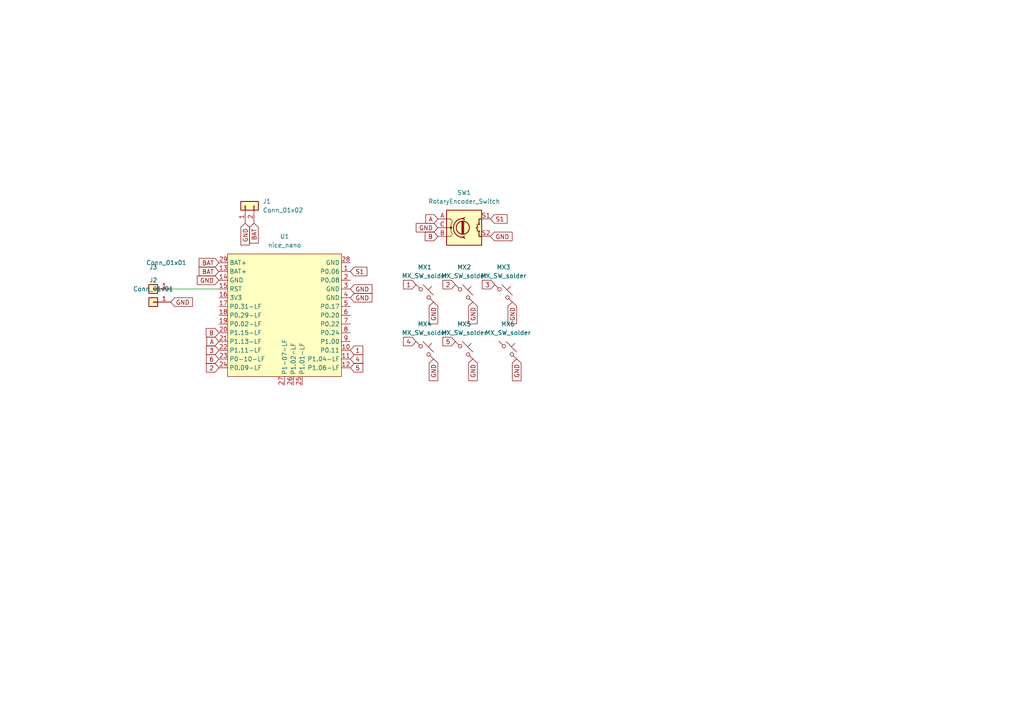
<source format=kicad_sch>
(kicad_sch (version 20230121) (generator eeschema)

  (uuid 20c3760e-a2d9-4a54-b96f-faa1b671a2ba)

  (paper "A4")

  (lib_symbols
    (symbol "Connector_Generic:Conn_01x01" (pin_names (offset 1.016) hide) (in_bom yes) (on_board yes)
      (property "Reference" "J" (at 0 2.54 0)
        (effects (font (size 1.27 1.27)))
      )
      (property "Value" "Conn_01x01" (at 0 -2.54 0)
        (effects (font (size 1.27 1.27)))
      )
      (property "Footprint" "" (at 0 0 0)
        (effects (font (size 1.27 1.27)) hide)
      )
      (property "Datasheet" "~" (at 0 0 0)
        (effects (font (size 1.27 1.27)) hide)
      )
      (property "ki_keywords" "connector" (at 0 0 0)
        (effects (font (size 1.27 1.27)) hide)
      )
      (property "ki_description" "Generic connector, single row, 01x01, script generated (kicad-library-utils/schlib/autogen/connector/)" (at 0 0 0)
        (effects (font (size 1.27 1.27)) hide)
      )
      (property "ki_fp_filters" "Connector*:*_1x??_*" (at 0 0 0)
        (effects (font (size 1.27 1.27)) hide)
      )
      (symbol "Conn_01x01_1_1"
        (rectangle (start -1.27 0.127) (end 0 -0.127)
          (stroke (width 0.1524) (type default))
          (fill (type none))
        )
        (rectangle (start -1.27 1.27) (end 1.27 -1.27)
          (stroke (width 0.254) (type default))
          (fill (type background))
        )
        (pin passive line (at -5.08 0 0) (length 3.81)
          (name "Pin_1" (effects (font (size 1.27 1.27))))
          (number "1" (effects (font (size 1.27 1.27))))
        )
      )
    )
    (symbol "Connector_Generic:Conn_01x02" (pin_names (offset 1.016) hide) (in_bom yes) (on_board yes)
      (property "Reference" "J" (at 0 2.54 0)
        (effects (font (size 1.27 1.27)))
      )
      (property "Value" "Conn_01x02" (at 0 -5.08 0)
        (effects (font (size 1.27 1.27)))
      )
      (property "Footprint" "" (at 0 0 0)
        (effects (font (size 1.27 1.27)) hide)
      )
      (property "Datasheet" "~" (at 0 0 0)
        (effects (font (size 1.27 1.27)) hide)
      )
      (property "ki_keywords" "connector" (at 0 0 0)
        (effects (font (size 1.27 1.27)) hide)
      )
      (property "ki_description" "Generic connector, single row, 01x02, script generated (kicad-library-utils/schlib/autogen/connector/)" (at 0 0 0)
        (effects (font (size 1.27 1.27)) hide)
      )
      (property "ki_fp_filters" "Connector*:*_1x??_*" (at 0 0 0)
        (effects (font (size 1.27 1.27)) hide)
      )
      (symbol "Conn_01x02_1_1"
        (rectangle (start -1.27 -2.413) (end 0 -2.667)
          (stroke (width 0.1524) (type default))
          (fill (type none))
        )
        (rectangle (start -1.27 0.127) (end 0 -0.127)
          (stroke (width 0.1524) (type default))
          (fill (type none))
        )
        (rectangle (start -1.27 1.27) (end 1.27 -3.81)
          (stroke (width 0.254) (type default))
          (fill (type background))
        )
        (pin passive line (at -5.08 0 0) (length 3.81)
          (name "Pin_1" (effects (font (size 1.27 1.27))))
          (number "1" (effects (font (size 1.27 1.27))))
        )
        (pin passive line (at -5.08 -2.54 0) (length 3.81)
          (name "Pin_2" (effects (font (size 1.27 1.27))))
          (number "2" (effects (font (size 1.27 1.27))))
        )
      )
    )
    (symbol "Device:RotaryEncoder_Switch" (pin_names (offset 0.254) hide) (in_bom yes) (on_board yes)
      (property "Reference" "SW" (at 0 6.604 0)
        (effects (font (size 1.27 1.27)))
      )
      (property "Value" "RotaryEncoder_Switch" (at 0 -6.604 0)
        (effects (font (size 1.27 1.27)))
      )
      (property "Footprint" "" (at -3.81 4.064 0)
        (effects (font (size 1.27 1.27)) hide)
      )
      (property "Datasheet" "~" (at 0 6.604 0)
        (effects (font (size 1.27 1.27)) hide)
      )
      (property "ki_keywords" "rotary switch encoder switch push button" (at 0 0 0)
        (effects (font (size 1.27 1.27)) hide)
      )
      (property "ki_description" "Rotary encoder, dual channel, incremental quadrate outputs, with switch" (at 0 0 0)
        (effects (font (size 1.27 1.27)) hide)
      )
      (property "ki_fp_filters" "RotaryEncoder*Switch*" (at 0 0 0)
        (effects (font (size 1.27 1.27)) hide)
      )
      (symbol "RotaryEncoder_Switch_0_1"
        (rectangle (start -5.08 5.08) (end 5.08 -5.08)
          (stroke (width 0.254) (type default))
          (fill (type background))
        )
        (circle (center -3.81 0) (radius 0.254)
          (stroke (width 0) (type default))
          (fill (type outline))
        )
        (circle (center -0.381 0) (radius 1.905)
          (stroke (width 0.254) (type default))
          (fill (type none))
        )
        (arc (start -0.381 2.667) (mid -3.0988 -0.0635) (end -0.381 -2.794)
          (stroke (width 0.254) (type default))
          (fill (type none))
        )
        (polyline
          (pts
            (xy -0.635 -1.778)
            (xy -0.635 1.778)
          )
          (stroke (width 0.254) (type default))
          (fill (type none))
        )
        (polyline
          (pts
            (xy -0.381 -1.778)
            (xy -0.381 1.778)
          )
          (stroke (width 0.254) (type default))
          (fill (type none))
        )
        (polyline
          (pts
            (xy -0.127 1.778)
            (xy -0.127 -1.778)
          )
          (stroke (width 0.254) (type default))
          (fill (type none))
        )
        (polyline
          (pts
            (xy 3.81 0)
            (xy 3.429 0)
          )
          (stroke (width 0.254) (type default))
          (fill (type none))
        )
        (polyline
          (pts
            (xy 3.81 1.016)
            (xy 3.81 -1.016)
          )
          (stroke (width 0.254) (type default))
          (fill (type none))
        )
        (polyline
          (pts
            (xy -5.08 -2.54)
            (xy -3.81 -2.54)
            (xy -3.81 -2.032)
          )
          (stroke (width 0) (type default))
          (fill (type none))
        )
        (polyline
          (pts
            (xy -5.08 2.54)
            (xy -3.81 2.54)
            (xy -3.81 2.032)
          )
          (stroke (width 0) (type default))
          (fill (type none))
        )
        (polyline
          (pts
            (xy 0.254 -3.048)
            (xy -0.508 -2.794)
            (xy 0.127 -2.413)
          )
          (stroke (width 0.254) (type default))
          (fill (type none))
        )
        (polyline
          (pts
            (xy 0.254 2.921)
            (xy -0.508 2.667)
            (xy 0.127 2.286)
          )
          (stroke (width 0.254) (type default))
          (fill (type none))
        )
        (polyline
          (pts
            (xy 5.08 -2.54)
            (xy 4.318 -2.54)
            (xy 4.318 -1.016)
          )
          (stroke (width 0.254) (type default))
          (fill (type none))
        )
        (polyline
          (pts
            (xy 5.08 2.54)
            (xy 4.318 2.54)
            (xy 4.318 1.016)
          )
          (stroke (width 0.254) (type default))
          (fill (type none))
        )
        (polyline
          (pts
            (xy -5.08 0)
            (xy -3.81 0)
            (xy -3.81 -1.016)
            (xy -3.302 -2.032)
          )
          (stroke (width 0) (type default))
          (fill (type none))
        )
        (polyline
          (pts
            (xy -4.318 0)
            (xy -3.81 0)
            (xy -3.81 1.016)
            (xy -3.302 2.032)
          )
          (stroke (width 0) (type default))
          (fill (type none))
        )
        (circle (center 4.318 -1.016) (radius 0.127)
          (stroke (width 0.254) (type default))
          (fill (type none))
        )
        (circle (center 4.318 1.016) (radius 0.127)
          (stroke (width 0.254) (type default))
          (fill (type none))
        )
      )
      (symbol "RotaryEncoder_Switch_1_1"
        (pin passive line (at -7.62 2.54 0) (length 2.54)
          (name "A" (effects (font (size 1.27 1.27))))
          (number "A" (effects (font (size 1.27 1.27))))
        )
        (pin passive line (at -7.62 -2.54 0) (length 2.54)
          (name "B" (effects (font (size 1.27 1.27))))
          (number "B" (effects (font (size 1.27 1.27))))
        )
        (pin passive line (at -7.62 0 0) (length 2.54)
          (name "C" (effects (font (size 1.27 1.27))))
          (number "C" (effects (font (size 1.27 1.27))))
        )
        (pin passive line (at 7.62 2.54 180) (length 2.54)
          (name "S1" (effects (font (size 1.27 1.27))))
          (number "S1" (effects (font (size 1.27 1.27))))
        )
        (pin passive line (at 7.62 -2.54 180) (length 2.54)
          (name "S2" (effects (font (size 1.27 1.27))))
          (number "S2" (effects (font (size 1.27 1.27))))
        )
      )
    )
    (symbol "PCM_marbastlib-mx:MX_SW_solder" (pin_numbers hide) (pin_names (offset 1.016) hide) (in_bom yes) (on_board yes)
      (property "Reference" "MX" (at 3.048 1.016 0)
        (effects (font (size 1.27 1.27)) (justify left))
      )
      (property "Value" "MX_SW_solder" (at 0 -3.81 0)
        (effects (font (size 1.27 1.27)))
      )
      (property "Footprint" "PCM_marbastlib-mx:SW_MX_1u" (at 0 0 0)
        (effects (font (size 1.27 1.27)) hide)
      )
      (property "Datasheet" "~" (at 0 0 0)
        (effects (font (size 1.27 1.27)) hide)
      )
      (property "ki_keywords" "switch normally-open pushbutton push-button" (at 0 0 0)
        (effects (font (size 1.27 1.27)) hide)
      )
      (property "ki_description" "Push button switch, normally open, two pins, 45° tilted" (at 0 0 0)
        (effects (font (size 1.27 1.27)) hide)
      )
      (symbol "MX_SW_solder_0_1"
        (circle (center -1.1684 1.1684) (radius 0.508)
          (stroke (width 0) (type default))
          (fill (type none))
        )
        (polyline
          (pts
            (xy -0.508 2.54)
            (xy 2.54 -0.508)
          )
          (stroke (width 0) (type default))
          (fill (type none))
        )
        (polyline
          (pts
            (xy 1.016 1.016)
            (xy 2.032 2.032)
          )
          (stroke (width 0) (type default))
          (fill (type none))
        )
        (polyline
          (pts
            (xy -2.54 2.54)
            (xy -1.524 1.524)
            (xy -1.524 1.524)
          )
          (stroke (width 0) (type default))
          (fill (type none))
        )
        (polyline
          (pts
            (xy 1.524 -1.524)
            (xy 2.54 -2.54)
            (xy 2.54 -2.54)
            (xy 2.54 -2.54)
          )
          (stroke (width 0) (type default))
          (fill (type none))
        )
        (circle (center 1.143 -1.1938) (radius 0.508)
          (stroke (width 0) (type default))
          (fill (type none))
        )
        (pin passive line (at -2.54 2.54 0) (length 0)
          (name "1" (effects (font (size 1.27 1.27))))
          (number "1" (effects (font (size 1.27 1.27))))
        )
        (pin passive line (at 2.54 -2.54 180) (length 0)
          (name "2" (effects (font (size 1.27 1.27))))
          (number "2" (effects (font (size 1.27 1.27))))
        )
      )
    )
    (symbol "PCM_marbastlib-promicroish:nice_nano" (in_bom no) (on_board yes)
      (property "Reference" "U" (at 0 22.86 0)
        (effects (font (size 1.27 1.27)))
      )
      (property "Value" "nice_nano" (at 0 20.32 0)
        (effects (font (size 1.27 1.27)))
      )
      (property "Footprint" "PCM_marbastlib-xp-promicroish:nice_nano_AH_USBup" (at 0 -30.48 0)
        (effects (font (size 1.27 1.27)) hide)
      )
      (property "Datasheet" "https://nicekeyboards.com/docs/nice-nano/pinout-schematic" (at 1.27 -33.02 0)
        (effects (font (size 1.27 1.27)) hide)
      )
      (property "ki_description" "Symbol for an nicekeyboards nice!nano" (at 0 0 0)
        (effects (font (size 1.27 1.27)) hide)
      )
      (symbol "nice_nano_0_0"
        (pin bidirectional line (at -19.05 13.97 0) (length 2.54)
          (name "P0.06" (effects (font (size 1.27 1.27))))
          (number "1" (effects (font (size 1.27 1.27))))
        )
        (pin bidirectional line (at -19.05 -8.89 0) (length 2.54)
          (name "P0.11" (effects (font (size 1.27 1.27))))
          (number "10" (effects (font (size 1.27 1.27))))
        )
        (pin bidirectional line (at -19.05 -11.43 0) (length 2.54)
          (name "P1.04-LF" (effects (font (size 1.27 1.27))))
          (number "11" (effects (font (size 1.27 1.27))))
        )
        (pin bidirectional line (at -19.05 -13.97 0) (length 2.54)
          (name "P1.06-LF" (effects (font (size 1.27 1.27))))
          (number "12" (effects (font (size 1.27 1.27))))
        )
        (pin power_out line (at 19.05 11.43 180) (length 2.54)
          (name "GND" (effects (font (size 1.27 1.27))))
          (number "14" (effects (font (size 1.27 1.27))))
        )
        (pin bidirectional line (at 19.05 8.89 180) (length 2.54)
          (name "RST" (effects (font (size 1.27 1.27))))
          (number "15" (effects (font (size 1.27 1.27))))
        )
        (pin bidirectional line (at 19.05 3.81 180) (length 2.54)
          (name "P0.31-LF" (effects (font (size 1.27 1.27))))
          (number "17" (effects (font (size 1.27 1.27))))
        )
        (pin bidirectional line (at 19.05 1.27 180) (length 2.54)
          (name "P0.29-LF" (effects (font (size 1.27 1.27))))
          (number "18" (effects (font (size 1.27 1.27))))
        )
        (pin bidirectional line (at 19.05 -1.27 180) (length 2.54)
          (name "P0.02-LF" (effects (font (size 1.27 1.27))))
          (number "19" (effects (font (size 1.27 1.27))))
        )
        (pin bidirectional line (at -19.05 11.43 0) (length 2.54)
          (name "P0.08" (effects (font (size 1.27 1.27))))
          (number "2" (effects (font (size 1.27 1.27))))
        )
        (pin bidirectional line (at 19.05 -3.81 180) (length 2.54)
          (name "P1.15-LF" (effects (font (size 1.27 1.27))))
          (number "20" (effects (font (size 1.27 1.27))))
        )
        (pin bidirectional line (at 19.05 -6.35 180) (length 2.54)
          (name "P1.13-LF" (effects (font (size 1.27 1.27))))
          (number "21" (effects (font (size 1.27 1.27))))
        )
        (pin bidirectional line (at 19.05 -8.89 180) (length 2.54)
          (name "P1.11-LF" (effects (font (size 1.27 1.27))))
          (number "22" (effects (font (size 1.27 1.27))))
        )
        (pin bidirectional line (at 19.05 -11.43 180) (length 2.54)
          (name "P0-10-LF" (effects (font (size 1.27 1.27))))
          (number "23" (effects (font (size 1.27 1.27))))
        )
        (pin bidirectional line (at 19.05 -13.97 180) (length 2.54)
          (name "P0.09-LF" (effects (font (size 1.27 1.27))))
          (number "24" (effects (font (size 1.27 1.27))))
        )
        (pin power_out line (at -19.05 8.89 0) (length 2.54)
          (name "GND" (effects (font (size 1.27 1.27))))
          (number "3" (effects (font (size 1.27 1.27))))
        )
        (pin power_out line (at -19.05 6.35 0) (length 2.54)
          (name "GND" (effects (font (size 1.27 1.27))))
          (number "4" (effects (font (size 1.27 1.27))))
        )
        (pin bidirectional line (at -19.05 3.81 0) (length 2.54)
          (name "P0.17" (effects (font (size 1.27 1.27))))
          (number "5" (effects (font (size 1.27 1.27))))
        )
        (pin bidirectional line (at -19.05 1.27 0) (length 2.54)
          (name "P0.20" (effects (font (size 1.27 1.27))))
          (number "6" (effects (font (size 1.27 1.27))))
        )
        (pin bidirectional line (at -19.05 -1.27 0) (length 2.54)
          (name "P0.22" (effects (font (size 1.27 1.27))))
          (number "7" (effects (font (size 1.27 1.27))))
        )
        (pin bidirectional line (at -19.05 -3.81 0) (length 2.54)
          (name "P0.24" (effects (font (size 1.27 1.27))))
          (number "8" (effects (font (size 1.27 1.27))))
        )
        (pin bidirectional line (at -19.05 -6.35 0) (length 2.54)
          (name "P1.00" (effects (font (size 1.27 1.27))))
          (number "9" (effects (font (size 1.27 1.27))))
        )
      )
      (symbol "nice_nano_1_0"
        (pin power_out line (at 19.05 13.97 180) (length 2.54)
          (name "BAT+" (effects (font (size 1.27 1.27))))
          (number "13" (effects (font (size 1.27 1.27))))
        )
        (pin power_out line (at 19.05 6.35 180) (length 2.54)
          (name "3V3" (effects (font (size 1.27 1.27))))
          (number "16" (effects (font (size 1.27 1.27))))
        )
        (pin bidirectional line (at -5.08 -19.05 90) (length 2.54)
          (name "P1.01-LF" (effects (font (size 1.27 1.27))))
          (number "25" (effects (font (size 1.27 1.27))))
        )
        (pin bidirectional line (at -2.54 -19.05 90) (length 2.54)
          (name "P1.02-LF" (effects (font (size 1.27 1.27))))
          (number "26" (effects (font (size 1.27 1.27))))
        )
        (pin bidirectional line (at 0 -19.05 90) (length 2.54)
          (name "P1-07-LF" (effects (font (size 1.27 1.27))))
          (number "27" (effects (font (size 1.27 1.27))))
        )
        (pin power_out line (at -19.05 16.51 0) (length 2.54)
          (name "GND" (effects (font (size 1.27 1.27))))
          (number "28" (effects (font (size 1.27 1.27))))
        )
        (pin power_out line (at 19.05 16.51 180) (length 2.54)
          (name "BAT+" (effects (font (size 1.27 1.27))))
          (number "29" (effects (font (size 1.27 1.27))))
        )
      )
      (symbol "nice_nano_1_1"
        (rectangle (start -16.51 19.05) (end 16.51 -16.51)
          (stroke (width 0) (type default))
          (fill (type background))
        )
      )
    )
  )


  (wire (pts (xy 63.5 83.82) (xy 49.53 83.82))
    (stroke (width 0) (type default))
    (uuid f44ac6a6-20b4-4961-82b1-1d2ca56a9e44)
  )

  (global_label "5" (shape input) (at 132.08 99.06 180) (fields_autoplaced)
    (effects (font (size 1.27 1.27)) (justify right))
    (uuid 0281182c-21bc-41fb-ba87-3e2e5a4b7f96)
    (property "Intersheetrefs" "${INTERSHEET_REFS}" (at 127.8853 99.06 0)
      (effects (font (size 1.27 1.27)) (justify right) hide)
    )
  )
  (global_label "GND" (shape input) (at 101.6 83.82 0) (fields_autoplaced)
    (effects (font (size 1.27 1.27)) (justify left))
    (uuid 043b59da-bb53-4e7f-a956-ed2abe552aa2)
    (property "Intersheetrefs" "${INTERSHEET_REFS}" (at 108.4557 83.82 0)
      (effects (font (size 1.27 1.27)) (justify left) hide)
    )
  )
  (global_label "4" (shape input) (at 101.6 104.14 0) (fields_autoplaced)
    (effects (font (size 1.27 1.27)) (justify left))
    (uuid 06336e52-7419-4848-a044-edeeadee7d9b)
    (property "Intersheetrefs" "${INTERSHEET_REFS}" (at 105.7947 104.14 0)
      (effects (font (size 1.27 1.27)) (justify left) hide)
    )
  )
  (global_label "BAT" (shape input) (at 63.5 76.2 180) (fields_autoplaced)
    (effects (font (size 1.27 1.27)) (justify right))
    (uuid 0e04d8ad-c5bf-4e34-932f-5b733e35ccf2)
    (property "Intersheetrefs" "${INTERSHEET_REFS}" (at 57.1886 76.2 0)
      (effects (font (size 1.27 1.27)) (justify right) hide)
    )
  )
  (global_label "GND" (shape input) (at 137.16 87.63 270) (fields_autoplaced)
    (effects (font (size 1.27 1.27)) (justify right))
    (uuid 26b47191-f999-4f36-bbb8-43fe5e35ef4e)
    (property "Intersheetrefs" "${INTERSHEET_REFS}" (at 137.16 94.4857 90)
      (effects (font (size 1.27 1.27)) (justify right) hide)
    )
  )
  (global_label "3" (shape input) (at 63.5 101.6 180) (fields_autoplaced)
    (effects (font (size 1.27 1.27)) (justify right))
    (uuid 2b684c99-fd9d-4256-85bd-145c96eee5f6)
    (property "Intersheetrefs" "${INTERSHEET_REFS}" (at 59.3053 101.6 0)
      (effects (font (size 1.27 1.27)) (justify right) hide)
    )
  )
  (global_label "3" (shape input) (at 143.51 82.55 180) (fields_autoplaced)
    (effects (font (size 1.27 1.27)) (justify right))
    (uuid 48124852-fe7a-40a1-8d4b-c2f6105f294f)
    (property "Intersheetrefs" "${INTERSHEET_REFS}" (at 139.3153 82.55 0)
      (effects (font (size 1.27 1.27)) (justify right) hide)
    )
  )
  (global_label "1" (shape input) (at 120.65 82.55 180) (fields_autoplaced)
    (effects (font (size 1.27 1.27)) (justify right))
    (uuid 4db316a9-de54-47fe-9dfd-3828c408df0d)
    (property "Intersheetrefs" "${INTERSHEET_REFS}" (at 116.4553 82.55 0)
      (effects (font (size 1.27 1.27)) (justify right) hide)
    )
  )
  (global_label "GND" (shape input) (at 149.86 104.14 270) (fields_autoplaced)
    (effects (font (size 1.27 1.27)) (justify right))
    (uuid 4e04008f-17a8-4446-8399-79b70d5861df)
    (property "Intersheetrefs" "${INTERSHEET_REFS}" (at 149.86 110.9957 90)
      (effects (font (size 1.27 1.27)) (justify right) hide)
    )
  )
  (global_label "GND" (shape input) (at 125.73 104.14 270) (fields_autoplaced)
    (effects (font (size 1.27 1.27)) (justify right))
    (uuid 64045a6f-cf0c-4201-b6b3-f8fdbf21d8f7)
    (property "Intersheetrefs" "${INTERSHEET_REFS}" (at 125.73 110.9957 90)
      (effects (font (size 1.27 1.27)) (justify right) hide)
    )
  )
  (global_label "GND" (shape input) (at 137.16 104.14 270) (fields_autoplaced)
    (effects (font (size 1.27 1.27)) (justify right))
    (uuid 6935a204-7de3-4876-9d6e-ce8770ed9334)
    (property "Intersheetrefs" "${INTERSHEET_REFS}" (at 137.16 110.9957 90)
      (effects (font (size 1.27 1.27)) (justify right) hide)
    )
  )
  (global_label "BAT" (shape input) (at 73.66 64.77 270) (fields_autoplaced)
    (effects (font (size 1.27 1.27)) (justify right))
    (uuid 6dca687f-8675-4cce-b7d7-b1e71343b211)
    (property "Intersheetrefs" "${INTERSHEET_REFS}" (at 73.66 71.0814 90)
      (effects (font (size 1.27 1.27)) (justify right) hide)
    )
  )
  (global_label "A" (shape input) (at 127 63.5 180) (fields_autoplaced)
    (effects (font (size 1.27 1.27)) (justify right))
    (uuid 769275d9-9ad7-4f4d-8292-8f5b523e529d)
    (property "Intersheetrefs" "${INTERSHEET_REFS}" (at 122.9262 63.5 0)
      (effects (font (size 1.27 1.27)) (justify right) hide)
    )
  )
  (global_label "GND" (shape input) (at 63.5 81.28 180) (fields_autoplaced)
    (effects (font (size 1.27 1.27)) (justify right))
    (uuid 84c4b33c-a78e-458b-9743-814419661d34)
    (property "Intersheetrefs" "${INTERSHEET_REFS}" (at 56.6443 81.28 0)
      (effects (font (size 1.27 1.27)) (justify right) hide)
    )
  )
  (global_label "6" (shape input) (at 63.5 104.14 180) (fields_autoplaced)
    (effects (font (size 1.27 1.27)) (justify right))
    (uuid 850ecbd7-d69e-4ee0-8e8f-f117aa751297)
    (property "Intersheetrefs" "${INTERSHEET_REFS}" (at 59.3053 104.14 0)
      (effects (font (size 1.27 1.27)) (justify right) hide)
    )
  )
  (global_label "GND" (shape input) (at 49.53 87.63 0) (fields_autoplaced)
    (effects (font (size 1.27 1.27)) (justify left))
    (uuid 854fe9db-3baa-4b94-b6a6-9ee57b11f6d9)
    (property "Intersheetrefs" "${INTERSHEET_REFS}" (at 56.3857 87.63 0)
      (effects (font (size 1.27 1.27)) (justify left) hide)
    )
  )
  (global_label "B" (shape input) (at 127 68.58 180) (fields_autoplaced)
    (effects (font (size 1.27 1.27)) (justify right))
    (uuid 86c9a552-74d7-49f0-bda1-5e078783effd)
    (property "Intersheetrefs" "${INTERSHEET_REFS}" (at 122.7448 68.58 0)
      (effects (font (size 1.27 1.27)) (justify right) hide)
    )
  )
  (global_label "GND" (shape input) (at 142.24 68.58 0) (fields_autoplaced)
    (effects (font (size 1.27 1.27)) (justify left))
    (uuid 9651180a-2799-44c6-acdb-41d82d3a20fd)
    (property "Intersheetrefs" "${INTERSHEET_REFS}" (at 149.0957 68.58 0)
      (effects (font (size 1.27 1.27)) (justify left) hide)
    )
  )
  (global_label "GND" (shape input) (at 148.59 87.63 270) (fields_autoplaced)
    (effects (font (size 1.27 1.27)) (justify right))
    (uuid 9cc8a7fe-f6f8-4994-ba62-47cc977987d8)
    (property "Intersheetrefs" "${INTERSHEET_REFS}" (at 148.59 94.4857 90)
      (effects (font (size 1.27 1.27)) (justify right) hide)
    )
  )
  (global_label "5" (shape input) (at 101.6 106.68 0) (fields_autoplaced)
    (effects (font (size 1.27 1.27)) (justify left))
    (uuid 9f968c73-87b1-48cf-a6ba-f39e35639011)
    (property "Intersheetrefs" "${INTERSHEET_REFS}" (at 105.7947 106.68 0)
      (effects (font (size 1.27 1.27)) (justify left) hide)
    )
  )
  (global_label "4" (shape input) (at 120.65 99.06 180) (fields_autoplaced)
    (effects (font (size 1.27 1.27)) (justify right))
    (uuid b26795ea-3820-4b5d-be85-aefc921b5b27)
    (property "Intersheetrefs" "${INTERSHEET_REFS}" (at 116.4553 99.06 0)
      (effects (font (size 1.27 1.27)) (justify right) hide)
    )
  )
  (global_label "S1" (shape input) (at 101.6 78.74 0) (fields_autoplaced)
    (effects (font (size 1.27 1.27)) (justify left))
    (uuid b303906e-3015-4954-9818-e87bea3780c6)
    (property "Intersheetrefs" "${INTERSHEET_REFS}" (at 107.0042 78.74 0)
      (effects (font (size 1.27 1.27)) (justify left) hide)
    )
  )
  (global_label "B" (shape input) (at 63.5 96.52 180) (fields_autoplaced)
    (effects (font (size 1.27 1.27)) (justify right))
    (uuid bc8cb6ce-6201-4e34-8438-f97845415112)
    (property "Intersheetrefs" "${INTERSHEET_REFS}" (at 59.2448 96.52 0)
      (effects (font (size 1.27 1.27)) (justify right) hide)
    )
  )
  (global_label "GND" (shape input) (at 101.6 86.36 0) (fields_autoplaced)
    (effects (font (size 1.27 1.27)) (justify left))
    (uuid be075546-1144-4d75-81b5-d8f310ef8ab3)
    (property "Intersheetrefs" "${INTERSHEET_REFS}" (at 108.4557 86.36 0)
      (effects (font (size 1.27 1.27)) (justify left) hide)
    )
  )
  (global_label "A" (shape input) (at 63.5 99.06 180) (fields_autoplaced)
    (effects (font (size 1.27 1.27)) (justify right))
    (uuid be3611d7-d24f-41b5-a40b-4c835f6a3a57)
    (property "Intersheetrefs" "${INTERSHEET_REFS}" (at 59.4262 99.06 0)
      (effects (font (size 1.27 1.27)) (justify right) hide)
    )
  )
  (global_label "S1" (shape input) (at 142.24 63.5 0) (fields_autoplaced)
    (effects (font (size 1.27 1.27)) (justify left))
    (uuid c0d2e868-5ceb-480d-ac17-8d8f9aff40fd)
    (property "Intersheetrefs" "${INTERSHEET_REFS}" (at 147.6442 63.5 0)
      (effects (font (size 1.27 1.27)) (justify left) hide)
    )
  )
  (global_label "2" (shape input) (at 63.5 106.68 180) (fields_autoplaced)
    (effects (font (size 1.27 1.27)) (justify right))
    (uuid c3d341a5-8dc7-46df-9309-9dcc3a25e8ab)
    (property "Intersheetrefs" "${INTERSHEET_REFS}" (at 59.3053 106.68 0)
      (effects (font (size 1.27 1.27)) (justify right) hide)
    )
  )
  (global_label "GND" (shape input) (at 127 66.04 180) (fields_autoplaced)
    (effects (font (size 1.27 1.27)) (justify right))
    (uuid e3796916-94df-4a72-90f0-c491c739190e)
    (property "Intersheetrefs" "${INTERSHEET_REFS}" (at 120.1443 66.04 0)
      (effects (font (size 1.27 1.27)) (justify right) hide)
    )
  )
  (global_label "2" (shape input) (at 132.08 82.55 180) (fields_autoplaced)
    (effects (font (size 1.27 1.27)) (justify right))
    (uuid e5a27068-17d4-42c5-a238-0a7cf2e112ac)
    (property "Intersheetrefs" "${INTERSHEET_REFS}" (at 127.8853 82.55 0)
      (effects (font (size 1.27 1.27)) (justify right) hide)
    )
  )
  (global_label "1" (shape input) (at 101.6 101.6 0) (fields_autoplaced)
    (effects (font (size 1.27 1.27)) (justify left))
    (uuid ea98b2b4-f14e-49cc-82ad-58b88a2aced8)
    (property "Intersheetrefs" "${INTERSHEET_REFS}" (at 105.7947 101.6 0)
      (effects (font (size 1.27 1.27)) (justify left) hide)
    )
  )
  (global_label "BAT" (shape input) (at 63.5 78.74 180) (fields_autoplaced)
    (effects (font (size 1.27 1.27)) (justify right))
    (uuid eaa17905-9fd4-4964-9353-f1d884f4baa1)
    (property "Intersheetrefs" "${INTERSHEET_REFS}" (at 57.1886 78.74 0)
      (effects (font (size 1.27 1.27)) (justify right) hide)
    )
  )
  (global_label "GND" (shape input) (at 71.12 64.77 270) (fields_autoplaced)
    (effects (font (size 1.27 1.27)) (justify right))
    (uuid eeab5e04-84aa-48bf-8962-dfda4b7c21a1)
    (property "Intersheetrefs" "${INTERSHEET_REFS}" (at 71.12 71.6257 90)
      (effects (font (size 1.27 1.27)) (justify right) hide)
    )
  )
  (global_label "GND" (shape input) (at 125.73 87.63 270) (fields_autoplaced)
    (effects (font (size 1.27 1.27)) (justify right))
    (uuid f067e0ea-3610-4c60-b04b-ee2fac2b84ca)
    (property "Intersheetrefs" "${INTERSHEET_REFS}" (at 125.73 94.4857 90)
      (effects (font (size 1.27 1.27)) (justify right) hide)
    )
  )

  (symbol (lib_id "PCM_marbastlib-mx:MX_SW_solder") (at 134.62 85.09 0) (unit 1)
    (in_bom yes) (on_board yes) (dnp no) (fields_autoplaced)
    (uuid 42291c96-0524-4621-9aa8-1b4eea73f016)
    (property "Reference" "MX2" (at 134.62 77.47 0)
      (effects (font (size 1.27 1.27)))
    )
    (property "Value" "MX_SW_solder" (at 134.62 80.01 0)
      (effects (font (size 1.27 1.27)))
    )
    (property "Footprint" "PCM_marbastlib-mx:SW_MX_1u" (at 134.62 85.09 0)
      (effects (font (size 1.27 1.27)) hide)
    )
    (property "Datasheet" "~" (at 134.62 85.09 0)
      (effects (font (size 1.27 1.27)) hide)
    )
    (pin "1" (uuid 9ddfe4ef-9acd-4a43-a506-ada39c7bf138))
    (pin "2" (uuid 034ba53f-c7b0-405e-9ac0-9ab5e0212a36))
    (instances
      (project "1"
        (path "/20c3760e-a2d9-4a54-b96f-faa1b671a2ba"
          (reference "MX2") (unit 1)
        )
      )
    )
  )

  (symbol (lib_id "PCM_marbastlib-mx:MX_SW_solder") (at 123.19 85.09 0) (unit 1)
    (in_bom yes) (on_board yes) (dnp no) (fields_autoplaced)
    (uuid 43276d1f-4a9b-4a66-878f-7cfd61f95a4e)
    (property "Reference" "MX1" (at 123.19 77.47 0)
      (effects (font (size 1.27 1.27)))
    )
    (property "Value" "MX_SW_solder" (at 123.19 80.01 0)
      (effects (font (size 1.27 1.27)))
    )
    (property "Footprint" "PCM_marbastlib-mx:SW_MX_1u" (at 123.19 85.09 0)
      (effects (font (size 1.27 1.27)) hide)
    )
    (property "Datasheet" "~" (at 123.19 85.09 0)
      (effects (font (size 1.27 1.27)) hide)
    )
    (pin "1" (uuid 7902deb6-b8a3-4e76-9024-82f17313fb90))
    (pin "2" (uuid bed0ef59-819a-40dc-a576-bb39edf50516))
    (instances
      (project "1"
        (path "/20c3760e-a2d9-4a54-b96f-faa1b671a2ba"
          (reference "MX1") (unit 1)
        )
      )
    )
  )

  (symbol (lib_id "PCM_marbastlib-mx:MX_SW_solder") (at 147.32 101.6 0) (unit 1)
    (in_bom yes) (on_board yes) (dnp no) (fields_autoplaced)
    (uuid 5170e165-a0b8-4465-b887-f069c11d9750)
    (property "Reference" "MX6" (at 147.32 93.98 0)
      (effects (font (size 1.27 1.27)))
    )
    (property "Value" "MX_SW_solder" (at 147.32 96.52 0)
      (effects (font (size 1.27 1.27)))
    )
    (property "Footprint" "PCM_marbastlib-mx:SW_MX_1u" (at 147.32 101.6 0)
      (effects (font (size 1.27 1.27)) hide)
    )
    (property "Datasheet" "~" (at 147.32 101.6 0)
      (effects (font (size 1.27 1.27)) hide)
    )
    (pin "1" (uuid 67b43182-ab49-4866-b9ad-5b7319908ea9))
    (pin "2" (uuid e77ce992-9b98-45cb-bc7d-d26ac2326f95))
    (instances
      (project "1"
        (path "/20c3760e-a2d9-4a54-b96f-faa1b671a2ba"
          (reference "MX6") (unit 1)
        )
      )
    )
  )

  (symbol (lib_id "PCM_marbastlib-promicroish:nice_nano") (at 82.55 92.71 0) (mirror y) (unit 1)
    (in_bom no) (on_board yes) (dnp no)
    (uuid 758dd39a-947b-41ab-ad72-fad2c4d34a6f)
    (property "Reference" "U1" (at 82.55 68.58 0)
      (effects (font (size 1.27 1.27)))
    )
    (property "Value" "nice_nano" (at 82.55 71.12 0)
      (effects (font (size 1.27 1.27)))
    )
    (property "Footprint" "PCM_marbastlib-xp-promicroish:nice_nano_AH_Reversible" (at 82.55 123.19 0)
      (effects (font (size 1.27 1.27)) hide)
    )
    (property "Datasheet" "https://nicekeyboards.com/docs/nice-nano/pinout-schematic" (at 81.28 125.73 0)
      (effects (font (size 1.27 1.27)) hide)
    )
    (pin "1" (uuid 191ff776-259c-4162-b060-66612b435cd2))
    (pin "10" (uuid c59b061e-f650-4ca3-a92c-5347dad1dac1))
    (pin "11" (uuid 28bef309-97f2-47aa-aef3-29b1ca2827b1))
    (pin "12" (uuid 2fddc46f-8287-4e54-9d74-918dd4c6989a))
    (pin "14" (uuid e84209dc-6582-408f-a4df-fb8fb828df82))
    (pin "15" (uuid 3ebb3626-df6f-40ac-96bc-a26baea925c7))
    (pin "17" (uuid 08570937-cbb5-4682-988b-80c56c1e021e))
    (pin "18" (uuid 18204405-3582-4b02-8444-0c3b87b50d93))
    (pin "19" (uuid 1533ce27-af87-48e1-9a52-7354d44a55b1))
    (pin "2" (uuid fb86fa4b-21d5-45ca-8470-a2e9fcba231d))
    (pin "20" (uuid 2c7369ef-6ac3-497a-9dc8-54b6c703e7ef))
    (pin "21" (uuid 01bfa17e-b1de-448f-8fd3-484a8d1746fe))
    (pin "22" (uuid 7c355347-214e-465c-94c9-4e8783075cff))
    (pin "23" (uuid 145477c2-d928-4fcc-ac26-5f75aa73c8a2))
    (pin "24" (uuid 9df0867a-03f6-4a99-ad46-0be6fb17593a))
    (pin "3" (uuid ba2b4590-27f2-4a2c-9980-a11b77efcbd5))
    (pin "4" (uuid 39e3f62e-1610-4b88-84a2-c9a29529496d))
    (pin "5" (uuid 49ed4bba-3669-4294-b1d5-c8f87becc59c))
    (pin "6" (uuid ea24ed7c-8f04-4bf4-81f5-11a80d20ffbf))
    (pin "7" (uuid 608bc463-d665-4487-8015-7eb3d7a11249))
    (pin "8" (uuid f5048b6b-9e99-4a9e-8927-d0c4518bc166))
    (pin "9" (uuid ea6f8b94-3f2b-4695-bcbc-6f5c01ef65f7))
    (pin "13" (uuid 6b7214cf-779a-45ab-9d58-f772169bc21f))
    (pin "16" (uuid d8e574e2-b136-40f2-b660-1aeba055c46c))
    (pin "25" (uuid 8f0c3db0-379d-4d6b-b7b6-eef5af100b50))
    (pin "26" (uuid 2024c5de-01ec-4890-baf9-5d679216de2d))
    (pin "27" (uuid b2394bdb-d9e3-43e3-9c70-db262d5aade7))
    (pin "28" (uuid 55f282b5-dac0-45bf-9953-96e7f1ca47a7))
    (pin "29" (uuid a0936271-f496-4c15-8064-69ddd2e80744))
    (instances
      (project "1"
        (path "/20c3760e-a2d9-4a54-b96f-faa1b671a2ba"
          (reference "U1") (unit 1)
        )
      )
    )
  )

  (symbol (lib_id "PCM_marbastlib-mx:MX_SW_solder") (at 123.19 101.6 0) (unit 1)
    (in_bom yes) (on_board yes) (dnp no) (fields_autoplaced)
    (uuid a5ab975b-3c1e-4c55-9a77-3bfe5df521f2)
    (property "Reference" "MX4" (at 123.19 93.98 0)
      (effects (font (size 1.27 1.27)))
    )
    (property "Value" "MX_SW_solder" (at 123.19 96.52 0)
      (effects (font (size 1.27 1.27)))
    )
    (property "Footprint" "PCM_marbastlib-mx:SW_MX_1u" (at 123.19 101.6 0)
      (effects (font (size 1.27 1.27)) hide)
    )
    (property "Datasheet" "~" (at 123.19 101.6 0)
      (effects (font (size 1.27 1.27)) hide)
    )
    (pin "1" (uuid 16ca9735-1680-4e52-beee-b922a97c2ad4))
    (pin "2" (uuid 0d5b650b-efce-4a9d-9625-1949bc052351))
    (instances
      (project "1"
        (path "/20c3760e-a2d9-4a54-b96f-faa1b671a2ba"
          (reference "MX4") (unit 1)
        )
      )
    )
  )

  (symbol (lib_id "PCM_marbastlib-mx:MX_SW_solder") (at 134.62 101.6 0) (unit 1)
    (in_bom yes) (on_board yes) (dnp no) (fields_autoplaced)
    (uuid b04732e5-cb50-4d22-ba64-429b0efc9b66)
    (property "Reference" "MX5" (at 134.62 93.98 0)
      (effects (font (size 1.27 1.27)))
    )
    (property "Value" "MX_SW_solder" (at 134.62 96.52 0)
      (effects (font (size 1.27 1.27)))
    )
    (property "Footprint" "PCM_marbastlib-mx:SW_MX_1u" (at 134.62 101.6 0)
      (effects (font (size 1.27 1.27)) hide)
    )
    (property "Datasheet" "~" (at 134.62 101.6 0)
      (effects (font (size 1.27 1.27)) hide)
    )
    (pin "1" (uuid dddebe93-5fe1-4eb0-bc59-58c090a2d1e3))
    (pin "2" (uuid 8daa1468-6691-4839-afb6-f4dbeff79cf0))
    (instances
      (project "1"
        (path "/20c3760e-a2d9-4a54-b96f-faa1b671a2ba"
          (reference "MX5") (unit 1)
        )
      )
    )
  )

  (symbol (lib_id "Connector_Generic:Conn_01x01") (at 44.45 83.82 180) (unit 1)
    (in_bom yes) (on_board yes) (dnp no)
    (uuid b4f8217f-46d6-40ae-926a-aaf68096595f)
    (property "Reference" "J3" (at 44.45 77.47 0)
      (effects (font (size 1.27 1.27)))
    )
    (property "Value" "Conn_01x01" (at 48.26 76.2 0)
      (effects (font (size 1.27 1.27)))
    )
    (property "Footprint" "Connector_Pin:Pin_D0.7mm_L6.5mm_W1.8mm_FlatFork" (at 44.45 83.82 0)
      (effects (font (size 1.27 1.27)) hide)
    )
    (property "Datasheet" "~" (at 44.45 83.82 0)
      (effects (font (size 1.27 1.27)) hide)
    )
    (pin "1" (uuid 8b0ccc8e-5c85-438d-895d-c30fa7bc0481))
    (instances
      (project "1"
        (path "/20c3760e-a2d9-4a54-b96f-faa1b671a2ba"
          (reference "J3") (unit 1)
        )
      )
    )
  )

  (symbol (lib_id "Connector_Generic:Conn_01x01") (at 44.45 87.63 180) (unit 1)
    (in_bom yes) (on_board yes) (dnp no) (fields_autoplaced)
    (uuid dc9e9da3-dc8e-435d-a03b-f6dfee8338d9)
    (property "Reference" "J2" (at 44.45 81.28 0)
      (effects (font (size 1.27 1.27)))
    )
    (property "Value" "Conn_01x01" (at 44.45 83.82 0)
      (effects (font (size 1.27 1.27)))
    )
    (property "Footprint" "Connector_Pin:Pin_D0.7mm_L6.5mm_W1.8mm_FlatFork" (at 44.45 87.63 0)
      (effects (font (size 1.27 1.27)) hide)
    )
    (property "Datasheet" "~" (at 44.45 87.63 0)
      (effects (font (size 1.27 1.27)) hide)
    )
    (pin "1" (uuid 6aca21a0-c1fd-4039-96f7-4a8eecace109))
    (instances
      (project "1"
        (path "/20c3760e-a2d9-4a54-b96f-faa1b671a2ba"
          (reference "J2") (unit 1)
        )
      )
    )
  )

  (symbol (lib_id "Connector_Generic:Conn_01x02") (at 71.12 59.69 90) (unit 1)
    (in_bom yes) (on_board yes) (dnp no)
    (uuid e792bab0-2087-4b4d-9ec6-bc30e98f5c63)
    (property "Reference" "J1" (at 76.2 58.42 90)
      (effects (font (size 1.27 1.27)) (justify right))
    )
    (property "Value" "Conn_01x02" (at 76.2 60.96 90)
      (effects (font (size 1.27 1.27)) (justify right))
    )
    (property "Footprint" "Battery:BatteryHolder_Keystone_500" (at 71.12 59.69 0)
      (effects (font (size 1.27 1.27)) hide)
    )
    (property "Datasheet" "~" (at 71.12 59.69 0)
      (effects (font (size 1.27 1.27)) hide)
    )
    (pin "1" (uuid 5f4671a1-bff5-42d6-9b52-4fbe23cb900c))
    (pin "2" (uuid 1fabf481-bf0f-4a7e-8393-6e040db45e9f))
    (instances
      (project "1"
        (path "/20c3760e-a2d9-4a54-b96f-faa1b671a2ba"
          (reference "J1") (unit 1)
        )
      )
    )
  )

  (symbol (lib_id "Device:RotaryEncoder_Switch") (at 134.62 66.04 0) (unit 1)
    (in_bom yes) (on_board yes) (dnp no) (fields_autoplaced)
    (uuid e7b18eb8-5a8d-4661-8983-182cb4caa416)
    (property "Reference" "SW1" (at 134.62 55.88 0)
      (effects (font (size 1.27 1.27)))
    )
    (property "Value" "RotaryEncoder_Switch" (at 134.62 58.42 0)
      (effects (font (size 1.27 1.27)))
    )
    (property "Footprint" "Rotary_Encoder:RotaryEncoder_Alps_EC11E-Switch_Vertical_H20mm" (at 130.81 61.976 0)
      (effects (font (size 1.27 1.27)) hide)
    )
    (property "Datasheet" "~" (at 134.62 59.436 0)
      (effects (font (size 1.27 1.27)) hide)
    )
    (pin "A" (uuid 3a874dd2-e3a3-432c-8401-74a145c23108))
    (pin "B" (uuid 1d93d323-db6a-4aff-a108-078eb9a3da79))
    (pin "C" (uuid e2115f01-66d3-49e6-80ab-bffe72b4a8a6))
    (pin "S1" (uuid f63ef127-1438-445c-a432-fb419d5034a0))
    (pin "S2" (uuid b4d36db1-0203-411e-a48e-1e473a26aee5))
    (instances
      (project "1"
        (path "/20c3760e-a2d9-4a54-b96f-faa1b671a2ba"
          (reference "SW1") (unit 1)
        )
      )
    )
  )

  (symbol (lib_id "PCM_marbastlib-mx:MX_SW_solder") (at 146.05 85.09 0) (unit 1)
    (in_bom yes) (on_board yes) (dnp no) (fields_autoplaced)
    (uuid fbe25860-5f09-48f4-a9d1-a422c9aac695)
    (property "Reference" "MX3" (at 146.05 77.47 0)
      (effects (font (size 1.27 1.27)))
    )
    (property "Value" "MX_SW_solder" (at 146.05 80.01 0)
      (effects (font (size 1.27 1.27)))
    )
    (property "Footprint" "PCM_marbastlib-mx:SW_MX_1u" (at 146.05 85.09 0)
      (effects (font (size 1.27 1.27)) hide)
    )
    (property "Datasheet" "~" (at 146.05 85.09 0)
      (effects (font (size 1.27 1.27)) hide)
    )
    (pin "1" (uuid 1f59f940-099b-460c-af75-b844225f57aa))
    (pin "2" (uuid 664fec88-1672-4dca-9412-66d88adb7a11))
    (instances
      (project "1"
        (path "/20c3760e-a2d9-4a54-b96f-faa1b671a2ba"
          (reference "MX3") (unit 1)
        )
      )
    )
  )

  (sheet_instances
    (path "/" (page "1"))
  )
)

</source>
